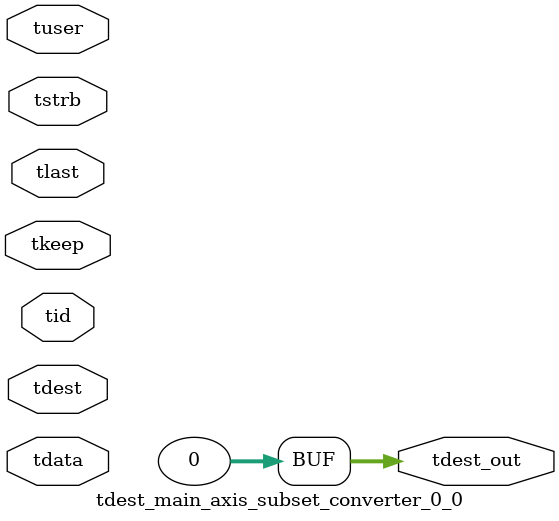
<source format=v>


`timescale 1ps/1ps

module tdest_main_axis_subset_converter_0_0 #
(
parameter C_S_AXIS_TDATA_WIDTH = 32,
parameter C_S_AXIS_TUSER_WIDTH = 0,
parameter C_S_AXIS_TID_WIDTH   = 0,
parameter C_S_AXIS_TDEST_WIDTH = 0,
parameter C_M_AXIS_TDEST_WIDTH = 32
)
(
input  [(C_S_AXIS_TDATA_WIDTH == 0 ? 1 : C_S_AXIS_TDATA_WIDTH)-1:0     ] tdata,
input  [(C_S_AXIS_TUSER_WIDTH == 0 ? 1 : C_S_AXIS_TUSER_WIDTH)-1:0     ] tuser,
input  [(C_S_AXIS_TID_WIDTH   == 0 ? 1 : C_S_AXIS_TID_WIDTH)-1:0       ] tid,
input  [(C_S_AXIS_TDEST_WIDTH == 0 ? 1 : C_S_AXIS_TDEST_WIDTH)-1:0     ] tdest,
input  [(C_S_AXIS_TDATA_WIDTH/8)-1:0 ] tkeep,
input  [(C_S_AXIS_TDATA_WIDTH/8)-1:0 ] tstrb,
input                                                                    tlast,
output [C_M_AXIS_TDEST_WIDTH-1:0] tdest_out
);

assign tdest_out = {1'b0};

endmodule


</source>
